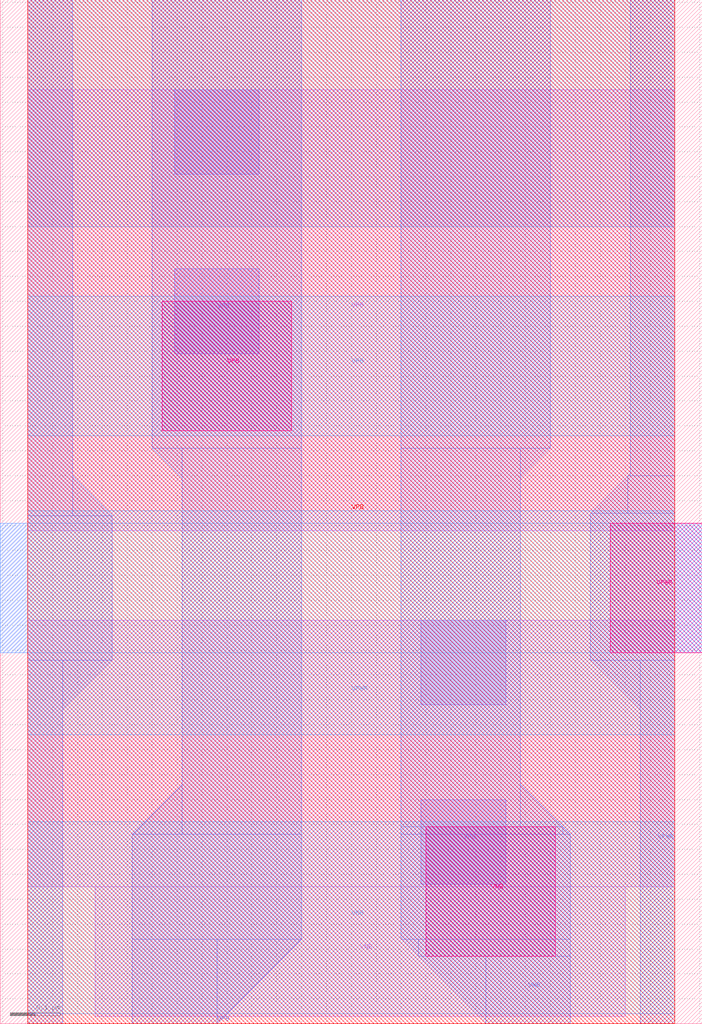
<source format=lef>
VERSION 5.7 ;
  NOWIREEXTENSIONATPIN ON ;
  DIVIDERCHAR "/" ;
  BUSBITCHARS "[]" ;
MACRO sky130_fd_bd_sram__sram_sp_colend_cent
  CLASS BLOCK ;
  FOREIGN sky130_fd_bd_sram__sram_sp_colend_cent ;
  ORIGIN 0.055 0.000 ;
  SIZE 1.410 BY 2.055 ;
  PIN VNB
    PORT
      LAYER li1 ;
        RECT 0.000 0.275 1.300 0.810 ;
        RECT 0.135 0.015 1.200 0.275 ;
      LAYER mcon ;
        RECT 0.790 0.640 0.960 0.810 ;
        RECT 0.790 0.280 0.960 0.450 ;
      LAYER met1 ;
        RECT 0.750 1.155 1.050 2.055 ;
        RECT 0.750 0.395 0.990 1.155 ;
        POLYGON 0.990 1.155 1.050 1.155 0.990 1.095 ;
        POLYGON 0.990 0.480 1.075 0.395 0.990 0.395 ;
        RECT 0.750 0.380 1.075 0.395 ;
        POLYGON 1.075 0.395 1.090 0.380 1.075 0.380 ;
        RECT 0.750 0.170 1.090 0.380 ;
        POLYGON 0.750 0.170 0.785 0.170 0.785 0.135 ;
        RECT 0.785 0.135 1.090 0.170 ;
        POLYGON 0.785 0.135 0.920 0.135 0.920 0.000 ;
        RECT 0.920 0.000 1.090 0.135 ;
      LAYER via ;
        RECT 0.800 0.135 1.060 0.395 ;
      LAYER met2 ;
        RECT 0.000 0.020 1.300 0.405 ;
    END
  END VNB
  PIN VPB
    ANTENNADIFFAREA 2.034500 ;
    PORT
      LAYER nwell ;
        RECT 0.000 0.000 1.300 2.055 ;
      LAYER li1 ;
        RECT 0.000 0.990 1.300 1.875 ;
      LAYER mcon ;
        RECT 0.295 1.705 0.465 1.875 ;
        RECT 0.295 1.345 0.465 1.515 ;
      LAYER met1 ;
        RECT 0.250 1.155 0.550 2.055 ;
        POLYGON 0.250 1.155 0.310 1.155 0.310 1.095 ;
        POLYGON 0.310 0.480 0.310 0.380 0.210 0.380 ;
        RECT 0.310 0.380 0.550 1.155 ;
        RECT 0.210 0.170 0.550 0.380 ;
        RECT 0.210 0.000 0.380 0.170 ;
        POLYGON 0.380 0.170 0.550 0.170 0.380 0.000 ;
      LAYER via ;
        RECT 0.270 1.190 0.530 1.450 ;
      LAYER met2 ;
        RECT 0.000 1.180 1.300 1.460 ;
    END
  END VPB
  PIN VPWR
    USE POWER ;
    PORT
      LAYER met1 ;
        RECT 0.000 1.020 0.090 2.055 ;
        POLYGON 1.210 1.105 1.210 1.100 1.205 1.100 ;
        RECT 1.210 1.100 1.300 2.055 ;
        POLYGON 0.090 1.100 0.170 1.020 0.090 1.020 ;
        RECT 0.000 1.005 0.170 1.020 ;
        RECT -0.055 0.745 0.170 1.005 ;
        RECT 0.000 0.730 0.170 0.745 ;
        RECT 0.000 0.000 0.070 0.730 ;
        POLYGON 0.070 0.730 0.170 0.730 0.070 0.630 ;
        POLYGON 1.205 1.100 1.205 1.025 1.130 1.025 ;
        RECT 1.205 1.025 1.300 1.100 ;
        RECT 1.130 1.005 1.300 1.025 ;
        RECT 1.130 0.745 1.355 1.005 ;
        RECT 1.130 0.730 1.300 0.745 ;
        POLYGON 1.130 0.730 1.230 0.730 1.230 0.630 ;
        RECT 1.230 0.000 1.300 0.730 ;
      LAYER via ;
        RECT 1.170 0.745 1.355 1.005 ;
      LAYER met2 ;
        RECT 0.000 1.005 1.300 1.030 ;
        RECT -0.055 0.745 1.355 1.005 ;
        RECT 0.000 0.580 1.300 0.745 ;
    END
  END VPWR
  OBS
      LAYER met2 ;
        RECT 0.000 1.600 1.300 2.055 ;
  END
END sky130_fd_bd_sram__sram_sp_colend_cent
END LIBRARY


</source>
